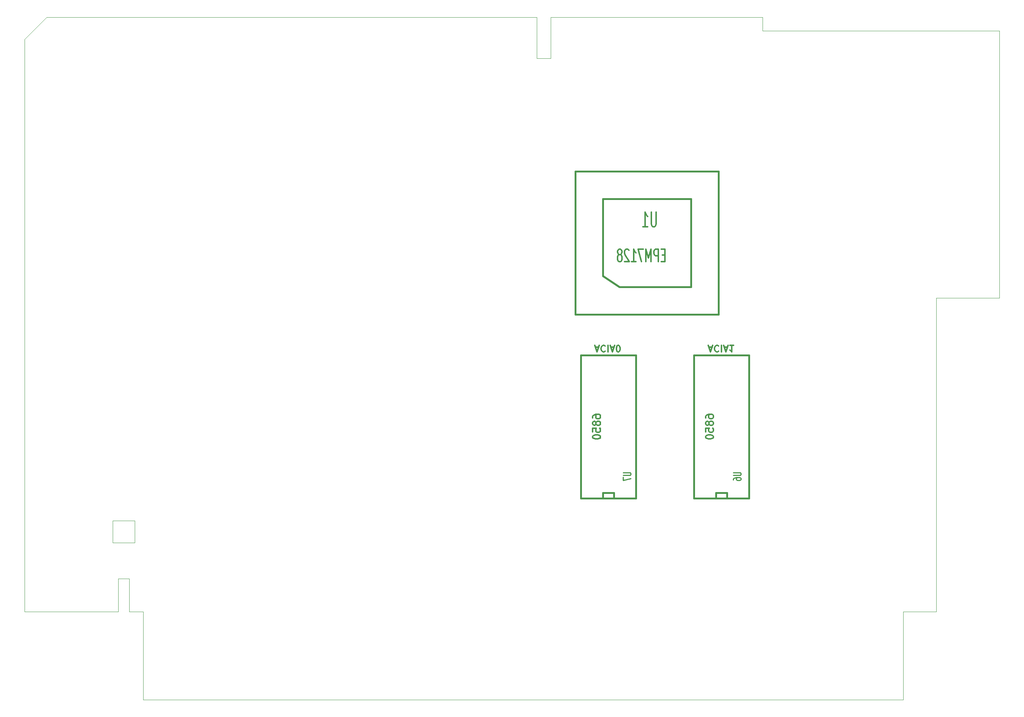
<source format=gbo>
G04 (created by PCBNEW (2013-07-07 BZR 4022)-stable) date 28/12/2022 13:18:45*
%MOIN*%
G04 Gerber Fmt 3.4, Leading zero omitted, Abs format*
%FSLAX34Y34*%
G01*
G70*
G90*
G04 APERTURE LIST*
%ADD10C,0.00590551*%
%ADD11C,0.011811*%
%ADD12C,0.00393701*%
%ADD13C,0.015*%
%ADD14C,0.012*%
%ADD15C,0.01125*%
G04 APERTURE END LIST*
G54D10*
G54D11*
X51839Y-29979D02*
X52120Y-29979D01*
X51782Y-29810D02*
X51979Y-30401D01*
X52176Y-29810D01*
X52710Y-29867D02*
X52682Y-29839D01*
X52598Y-29810D01*
X52542Y-29810D01*
X52457Y-29839D01*
X52401Y-29895D01*
X52373Y-29951D01*
X52345Y-30064D01*
X52345Y-30148D01*
X52373Y-30260D01*
X52401Y-30317D01*
X52457Y-30373D01*
X52542Y-30401D01*
X52598Y-30401D01*
X52682Y-30373D01*
X52710Y-30345D01*
X52964Y-29810D02*
X52964Y-30401D01*
X53217Y-29979D02*
X53498Y-29979D01*
X53160Y-29810D02*
X53357Y-30401D01*
X53554Y-29810D01*
X53863Y-30401D02*
X53920Y-30401D01*
X53976Y-30373D01*
X54004Y-30345D01*
X54032Y-30289D01*
X54060Y-30176D01*
X54060Y-30035D01*
X54032Y-29923D01*
X54004Y-29867D01*
X53976Y-29839D01*
X53920Y-29810D01*
X53863Y-29810D01*
X53807Y-29839D01*
X53779Y-29867D01*
X53751Y-29923D01*
X53723Y-30035D01*
X53723Y-30176D01*
X53751Y-30289D01*
X53779Y-30345D01*
X53807Y-30373D01*
X53863Y-30401D01*
X62139Y-29979D02*
X62420Y-29979D01*
X62082Y-29810D02*
X62279Y-30401D01*
X62476Y-29810D01*
X63010Y-29867D02*
X62982Y-29839D01*
X62898Y-29810D01*
X62842Y-29810D01*
X62757Y-29839D01*
X62701Y-29895D01*
X62673Y-29951D01*
X62645Y-30064D01*
X62645Y-30148D01*
X62673Y-30260D01*
X62701Y-30317D01*
X62757Y-30373D01*
X62842Y-30401D01*
X62898Y-30401D01*
X62982Y-30373D01*
X63010Y-30345D01*
X63264Y-29810D02*
X63264Y-30401D01*
X63517Y-29979D02*
X63798Y-29979D01*
X63460Y-29810D02*
X63657Y-30401D01*
X63854Y-29810D01*
X64360Y-29810D02*
X64023Y-29810D01*
X64192Y-29810D02*
X64192Y-30401D01*
X64135Y-30317D01*
X64079Y-30260D01*
X64023Y-30232D01*
G54D12*
X8000Y-45750D02*
X8000Y-47750D01*
X10000Y-45750D02*
X8000Y-45750D01*
X10000Y-47750D02*
X10000Y-45750D01*
X8000Y-47750D02*
X10000Y-47750D01*
X8500Y-54000D02*
X0Y-54000D01*
X9500Y-54000D02*
X10750Y-54000D01*
X9500Y-51000D02*
X9500Y-54000D01*
X8500Y-51000D02*
X9500Y-51000D01*
X8500Y-54000D02*
X8500Y-51000D01*
X88500Y-1250D02*
X88500Y-25500D01*
X67000Y-1250D02*
X88500Y-1250D01*
X67000Y0D02*
X67000Y-1250D01*
X47750Y0D02*
X67000Y0D01*
X46500Y0D02*
X2000Y0D01*
X47750Y-3750D02*
X47750Y0D01*
X46500Y-3750D02*
X47750Y-3750D01*
X46500Y0D02*
X46500Y-3750D01*
X0Y-2000D02*
X2000Y0D01*
X0Y-54000D02*
X0Y-2000D01*
X10750Y-62000D02*
X10750Y-54000D01*
X79750Y-62000D02*
X10750Y-62000D01*
X82750Y-25500D02*
X88500Y-25500D01*
X82750Y-54000D02*
X82750Y-25500D01*
X79750Y-54000D02*
X82750Y-54000D01*
X79750Y-62000D02*
X79750Y-54000D01*
G54D13*
X54000Y-24500D02*
X52500Y-23500D01*
X52500Y-23500D02*
X52500Y-16500D01*
X52500Y-16500D02*
X60500Y-16500D01*
X60500Y-16500D02*
X60500Y-24500D01*
X63000Y-27000D02*
X50000Y-27000D01*
X50000Y-27000D02*
X50000Y-14000D01*
X50000Y-14000D02*
X63000Y-14000D01*
X63000Y-14000D02*
X63000Y-27000D01*
X60500Y-24500D02*
X54000Y-24500D01*
X53500Y-43700D02*
X53500Y-43200D01*
X53500Y-43200D02*
X52500Y-43200D01*
X52500Y-43200D02*
X52500Y-43700D01*
X55500Y-43700D02*
X55500Y-30700D01*
X55500Y-30700D02*
X50500Y-30700D01*
X50500Y-30700D02*
X50500Y-43700D01*
X50500Y-43700D02*
X55500Y-43700D01*
X63750Y-43700D02*
X63750Y-43200D01*
X63750Y-43200D02*
X62750Y-43200D01*
X62750Y-43200D02*
X62750Y-43700D01*
X65750Y-43700D02*
X65750Y-30700D01*
X65750Y-30700D02*
X60750Y-30700D01*
X60750Y-30700D02*
X60750Y-43700D01*
X60750Y-43700D02*
X65750Y-43700D01*
G54D14*
X57334Y-17717D02*
X57334Y-18781D01*
X57297Y-18906D01*
X57261Y-18969D01*
X57188Y-19031D01*
X57042Y-19031D01*
X56969Y-18969D01*
X56932Y-18906D01*
X56896Y-18781D01*
X56896Y-17717D01*
X56129Y-19031D02*
X56567Y-19031D01*
X56348Y-19031D02*
X56348Y-17717D01*
X56421Y-17905D01*
X56494Y-18030D01*
X56567Y-18093D01*
X58131Y-21613D02*
X57908Y-21613D01*
X57813Y-22213D02*
X58131Y-22213D01*
X58131Y-21069D01*
X57813Y-21069D01*
X57526Y-22213D02*
X57526Y-21069D01*
X57272Y-21069D01*
X57208Y-21123D01*
X57176Y-21178D01*
X57145Y-21286D01*
X57145Y-21450D01*
X57176Y-21559D01*
X57208Y-21613D01*
X57272Y-21668D01*
X57526Y-21668D01*
X56858Y-22213D02*
X56858Y-21069D01*
X56636Y-21886D01*
X56413Y-21069D01*
X56413Y-22213D01*
X56159Y-21069D02*
X55713Y-21069D01*
X55999Y-22213D01*
X55109Y-22213D02*
X55491Y-22213D01*
X55300Y-22213D02*
X55300Y-21069D01*
X55363Y-21232D01*
X55427Y-21341D01*
X55491Y-21395D01*
X54854Y-21178D02*
X54823Y-21123D01*
X54759Y-21069D01*
X54600Y-21069D01*
X54536Y-21123D01*
X54504Y-21178D01*
X54473Y-21286D01*
X54473Y-21395D01*
X54504Y-21559D01*
X54886Y-22213D01*
X54473Y-22213D01*
X54091Y-21559D02*
X54155Y-21504D01*
X54186Y-21450D01*
X54218Y-21341D01*
X54218Y-21286D01*
X54186Y-21178D01*
X54155Y-21123D01*
X54091Y-21069D01*
X53964Y-21069D01*
X53900Y-21123D01*
X53868Y-21178D01*
X53836Y-21286D01*
X53836Y-21341D01*
X53868Y-21450D01*
X53900Y-21504D01*
X53964Y-21559D01*
X54091Y-21559D01*
X54155Y-21613D01*
X54186Y-21668D01*
X54218Y-21777D01*
X54218Y-21995D01*
X54186Y-22104D01*
X54155Y-22158D01*
X54091Y-22213D01*
X53964Y-22213D01*
X53900Y-22158D01*
X53868Y-22104D01*
X53836Y-21995D01*
X53836Y-21777D01*
X53868Y-21668D01*
X53900Y-21613D01*
X53964Y-21559D01*
G54D15*
X54333Y-41357D02*
X54900Y-41357D01*
X54966Y-41378D01*
X55000Y-41400D01*
X55033Y-41442D01*
X55033Y-41528D01*
X55000Y-41571D01*
X54966Y-41592D01*
X54900Y-41614D01*
X54333Y-41614D01*
X54333Y-41785D02*
X54333Y-42085D01*
X55033Y-41892D01*
G54D14*
X51583Y-36395D02*
X51583Y-36271D01*
X51616Y-36209D01*
X51650Y-36178D01*
X51750Y-36116D01*
X51883Y-36085D01*
X52150Y-36085D01*
X52216Y-36116D01*
X52250Y-36147D01*
X52283Y-36209D01*
X52283Y-36333D01*
X52250Y-36395D01*
X52216Y-36426D01*
X52150Y-36457D01*
X51983Y-36457D01*
X51916Y-36426D01*
X51883Y-36395D01*
X51850Y-36333D01*
X51850Y-36209D01*
X51883Y-36147D01*
X51916Y-36116D01*
X51983Y-36085D01*
X51883Y-36828D02*
X51850Y-36766D01*
X51816Y-36735D01*
X51750Y-36704D01*
X51716Y-36704D01*
X51650Y-36735D01*
X51616Y-36766D01*
X51583Y-36828D01*
X51583Y-36952D01*
X51616Y-37014D01*
X51650Y-37045D01*
X51716Y-37076D01*
X51750Y-37076D01*
X51816Y-37045D01*
X51850Y-37014D01*
X51883Y-36952D01*
X51883Y-36828D01*
X51916Y-36766D01*
X51950Y-36735D01*
X52016Y-36704D01*
X52150Y-36704D01*
X52216Y-36735D01*
X52250Y-36766D01*
X52283Y-36828D01*
X52283Y-36952D01*
X52250Y-37014D01*
X52216Y-37045D01*
X52150Y-37076D01*
X52016Y-37076D01*
X51950Y-37045D01*
X51916Y-37014D01*
X51883Y-36952D01*
X51583Y-37664D02*
X51583Y-37354D01*
X51916Y-37323D01*
X51883Y-37354D01*
X51850Y-37416D01*
X51850Y-37571D01*
X51883Y-37633D01*
X51916Y-37664D01*
X51983Y-37695D01*
X52150Y-37695D01*
X52216Y-37664D01*
X52250Y-37633D01*
X52283Y-37571D01*
X52283Y-37416D01*
X52250Y-37354D01*
X52216Y-37323D01*
X51583Y-38097D02*
X51583Y-38159D01*
X51616Y-38221D01*
X51650Y-38252D01*
X51716Y-38283D01*
X51850Y-38314D01*
X52016Y-38314D01*
X52150Y-38283D01*
X52216Y-38252D01*
X52250Y-38221D01*
X52283Y-38159D01*
X52283Y-38097D01*
X52250Y-38035D01*
X52216Y-38004D01*
X52150Y-37973D01*
X52016Y-37942D01*
X51850Y-37942D01*
X51716Y-37973D01*
X51650Y-38004D01*
X51616Y-38035D01*
X51583Y-38097D01*
G54D15*
X64333Y-41357D02*
X64900Y-41357D01*
X64966Y-41378D01*
X65000Y-41400D01*
X65033Y-41442D01*
X65033Y-41528D01*
X65000Y-41571D01*
X64966Y-41592D01*
X64900Y-41614D01*
X64333Y-41614D01*
X64333Y-42021D02*
X64333Y-41935D01*
X64366Y-41892D01*
X64400Y-41871D01*
X64500Y-41828D01*
X64633Y-41807D01*
X64900Y-41807D01*
X64966Y-41828D01*
X65000Y-41850D01*
X65033Y-41892D01*
X65033Y-41978D01*
X65000Y-42021D01*
X64966Y-42042D01*
X64900Y-42064D01*
X64733Y-42064D01*
X64666Y-42042D01*
X64633Y-42021D01*
X64600Y-41978D01*
X64600Y-41892D01*
X64633Y-41850D01*
X64666Y-41828D01*
X64733Y-41807D01*
G54D14*
X61833Y-36395D02*
X61833Y-36271D01*
X61866Y-36209D01*
X61900Y-36178D01*
X62000Y-36116D01*
X62133Y-36085D01*
X62400Y-36085D01*
X62466Y-36116D01*
X62500Y-36147D01*
X62533Y-36209D01*
X62533Y-36333D01*
X62500Y-36395D01*
X62466Y-36426D01*
X62400Y-36457D01*
X62233Y-36457D01*
X62166Y-36426D01*
X62133Y-36395D01*
X62100Y-36333D01*
X62100Y-36209D01*
X62133Y-36147D01*
X62166Y-36116D01*
X62233Y-36085D01*
X62133Y-36828D02*
X62100Y-36766D01*
X62066Y-36735D01*
X62000Y-36704D01*
X61966Y-36704D01*
X61900Y-36735D01*
X61866Y-36766D01*
X61833Y-36828D01*
X61833Y-36952D01*
X61866Y-37014D01*
X61900Y-37045D01*
X61966Y-37076D01*
X62000Y-37076D01*
X62066Y-37045D01*
X62100Y-37014D01*
X62133Y-36952D01*
X62133Y-36828D01*
X62166Y-36766D01*
X62200Y-36735D01*
X62266Y-36704D01*
X62400Y-36704D01*
X62466Y-36735D01*
X62500Y-36766D01*
X62533Y-36828D01*
X62533Y-36952D01*
X62500Y-37014D01*
X62466Y-37045D01*
X62400Y-37076D01*
X62266Y-37076D01*
X62200Y-37045D01*
X62166Y-37014D01*
X62133Y-36952D01*
X61833Y-37664D02*
X61833Y-37354D01*
X62166Y-37323D01*
X62133Y-37354D01*
X62100Y-37416D01*
X62100Y-37571D01*
X62133Y-37633D01*
X62166Y-37664D01*
X62233Y-37695D01*
X62400Y-37695D01*
X62466Y-37664D01*
X62500Y-37633D01*
X62533Y-37571D01*
X62533Y-37416D01*
X62500Y-37354D01*
X62466Y-37323D01*
X61833Y-38097D02*
X61833Y-38159D01*
X61866Y-38221D01*
X61900Y-38252D01*
X61966Y-38283D01*
X62100Y-38314D01*
X62266Y-38314D01*
X62400Y-38283D01*
X62466Y-38252D01*
X62500Y-38221D01*
X62533Y-38159D01*
X62533Y-38097D01*
X62500Y-38035D01*
X62466Y-38004D01*
X62400Y-37973D01*
X62266Y-37942D01*
X62100Y-37942D01*
X61966Y-37973D01*
X61900Y-38004D01*
X61866Y-38035D01*
X61833Y-38097D01*
M02*

</source>
